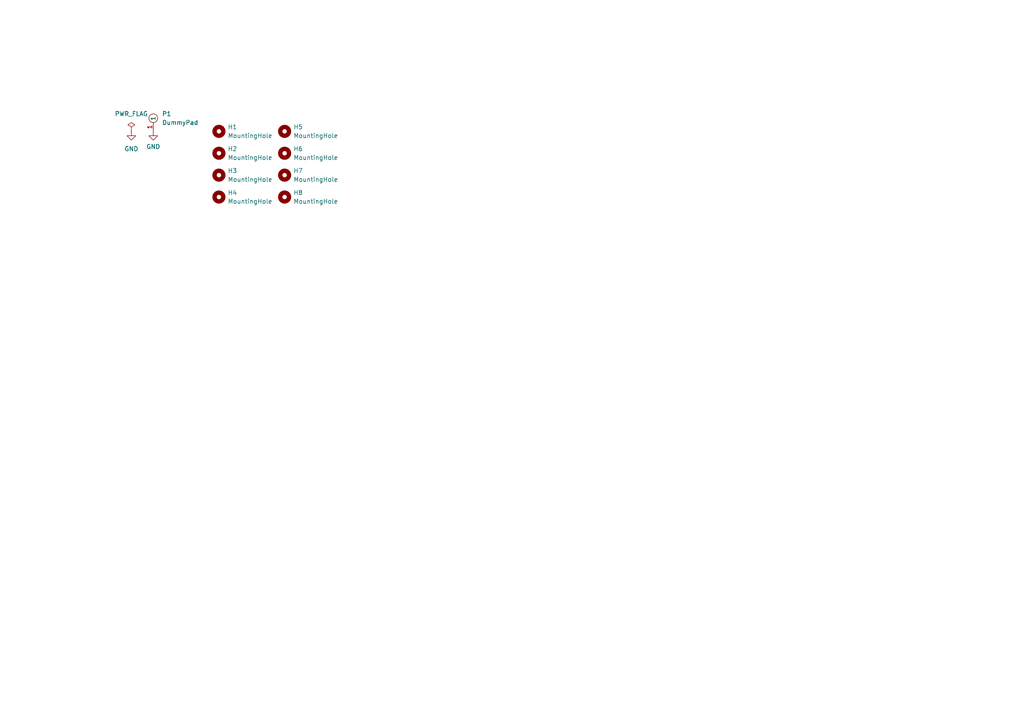
<source format=kicad_sch>
(kicad_sch (version 20211123) (generator eeschema)
  (paper "A4")
  (lib_symbols
    (symbol "00_KeyParts:DummyPad"
      (property "Reference" "P" (at 0 0 0))
      (property "Value" "DummyPad" (at 0 -5.08 0))
      (symbol "DummyPad_0_1"
        (circle (center 3.81 -2.54) (radius 1.27))
      )
      (symbol "DummyPad_1_1"
        (pin input line (at 0 -2.54 0) (length 2.54) (name "1") (number "1"))
      )
    )
    (symbol "Mechanical:MountingHole" (pin_names (offset 1.016))
      (property "Reference" "H" (at 0 5.08 0))
      (property "Value" "MountingHole" (at 0 3.175 0))
      (symbol "MountingHole_0_1"
        (circle (center 0 0) (radius 1.27) (stroke (width 1.27)))
      )
    )
    (symbol "power:GND" (power) (pin_names (offset 0))
      (property "Value" "GND" (at 0 -3.81 0))
      (symbol "GND_0_1"
        (polyline (pts (xy 0 0) (xy 0 -1.27) (xy 1.27 -1.27) (xy 0 -2.54) (xy -1.27 -1.27) (xy 0 -1.27)))
      )
      (symbol "GND_1_1"
        (pin power_in line (at 0 0 270) (length 0) hide (name "GND") (number "1"))
      )
    )
    (symbol "power:PWR_FLAG" (power) (pin_numbers hide) (pin_names (offset 0) hide)
      (property "Value" "PWR_FLAG" (at 0 3.81 0))
      (symbol "PWR_FLAG_0_0"
        (pin power_out line (at 0 0 90) (length 0) (name "pwr") (number "1"))
      )
      (symbol "PWR_FLAG_0_1"
        (polyline (pts (xy 0 0) (xy 0 1.27) (xy -1.016 1.905) (xy 0 2.54) (xy 1.016 1.905) (xy 0 1.27)))
      )
    )
  )
  (symbol (lib_id "Mechanical:MountingHole") (at 63.5 44.45 0) (unit 1)
    (property "Reference" "H2" (at 66.04 43.1799 0) (effects (justify left)))
    (property "Value" "MountingHole" (at 66.04 45.7199 0) (effects (justify left)))
    (property "Footprint" "00_KeyParts:MountingHole_2.3mm_M2" (effects hide))
  )
  (symbol (lib_id "Mechanical:MountingHole") (at 63.5 57.15 0) (unit 1)
    (property "Reference" "H4" (at 66.04 55.8799 0) (effects (justify left)))
    (property "Value" "MountingHole" (at 66.04 58.4199 0) (effects (justify left)))
    (property "Footprint" "00_KeyParts:MountingHole_2.3mm_M2" (effects hide))
  )
  (symbol (lib_id "power:GND") (at 44.45 38.1 0) (unit 1)
    (property "Reference" "#PWR0102" (effects hide))
    (property "Value" "GND" (at 44.45 42.545 0))
  )
  (symbol (lib_id "Mechanical:MountingHole") (at 82.55 57.15 0) (unit 1)
    (property "Reference" "H8" (at 85.09 55.8799 0) (effects (justify left)))
    (property "Value" "MountingHole" (at 85.09 58.4199 0) (effects (justify left)))
    (property "Footprint" "00_KeyParts:MountingHole_2.3mm_M2" (effects hide))
  )
  (symbol (lib_id "power:PWR_FLAG") (at 38.1 38.1 0) (unit 1)
    (property "Reference" "#FLG0101" (effects hide))
    (property "Value" "PWR_FLAG" (at 38.1 33.02 0))
  )
  (symbol (lib_id "00_KeyParts:DummyPad") (at 41.91 38.1 90) (unit 1)
    (property "Reference" "P1" (at 46.99 33.0199 90) (effects (justify right)))
    (property "Value" "DummyPad" (at 46.99 35.5599 90) (effects (justify right)))
    (property "Footprint" "00_KeyParts:DummyPad" (effects hide))
  )
  (symbol (lib_id "power:GND") (at 38.1 38.1 0) (unit 1)
    (property "Reference" "#PWR0101" (effects hide))
    (property "Value" "GND" (at 38.1 43.18 0))
  )
  (symbol (lib_id "Mechanical:MountingHole") (at 63.5 38.1 0) (unit 1)
    (property "Reference" "H1" (at 66.04 36.8299 0) (effects (justify left)))
    (property "Value" "MountingHole" (at 66.04 39.3699 0) (effects (justify left)))
    (property "Footprint" "00_KeyParts:MountingHole_2.3mm_M2" (effects hide))
  )
  (symbol (lib_id "Mechanical:MountingHole") (at 63.5 50.8 0) (unit 1)
    (property "Reference" "H3" (at 66.04 49.5299 0) (effects (justify left)))
    (property "Value" "MountingHole" (at 66.04 52.0699 0) (effects (justify left)))
    (property "Footprint" "00_KeyParts:MountingHole_2.3mm_M2" (effects hide))
  )
  (symbol (lib_id "Mechanical:MountingHole") (at 82.55 44.45 0) (unit 1)
    (property "Reference" "H6" (at 85.09 43.1799 0) (effects (justify left)))
    (property "Value" "MountingHole" (at 85.09 45.7199 0) (effects (justify left)))
    (property "Footprint" "00_KeyParts:MountingHole_2.3mm_M2" (effects hide))
  )
  (symbol (lib_id "Mechanical:MountingHole") (at 82.55 50.8 0) (unit 1)
    (property "Reference" "H7" (at 85.09 49.5299 0) (effects (justify left)))
    (property "Value" "MountingHole" (at 85.09 52.0699 0) (effects (justify left)))
    (property "Footprint" "00_KeyParts:MountingHole_2.3mm_M2" (effects hide))
  )
  (symbol (lib_id "Mechanical:MountingHole") (at 82.55 38.1 0) (unit 1)
    (property "Reference" "H5" (at 85.09 36.8299 0) (effects (justify left)))
    (property "Value" "MountingHole" (at 85.09 39.3699 0) (effects (justify left)))
    (property "Footprint" "00_KeyParts:MountingHole_2.3mm_M2" (effects hide))
  )
)
</source>
